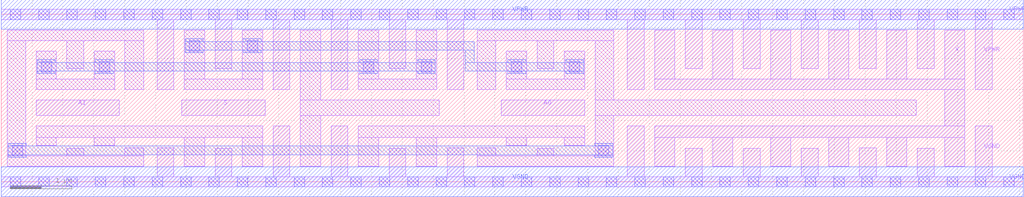
<source format=lef>
# Copyright 2020 The SkyWater PDK Authors
#
# Licensed under the Apache License, Version 2.0 (the "License");
# you may not use this file except in compliance with the License.
# You may obtain a copy of the License at
#
#     https://www.apache.org/licenses/LICENSE-2.0
#
# Unless required by applicable law or agreed to in writing, software
# distributed under the License is distributed on an "AS IS" BASIS,
# WITHOUT WARRANTIES OR CONDITIONS OF ANY KIND, either express or implied.
# See the License for the specific language governing permissions and
# limitations under the License.
#
# SPDX-License-Identifier: Apache-2.0

VERSION 5.7 ;
  NAMESCASESENSITIVE ON ;
  NOWIREEXTENSIONATPIN ON ;
  DIVIDERCHAR "/" ;
  BUSBITCHARS "[]" ;
UNITS
  DATABASE MICRONS 200 ;
END UNITS
PROPERTYDEFINITIONS
  MACRO maskLayoutSubType STRING ;
  MACRO prCellType STRING ;
  MACRO originalViewName STRING ;
END PROPERTYDEFINITIONS
MACRO sky130_fd_sc_hdll__mux2_12
  CLASS CORE ;
  FOREIGN sky130_fd_sc_hdll__mux2_12 ;
  ORIGIN  0.000000  0.000000 ;
  SIZE  16.56000 BY  2.720000 ;
  SYMMETRY X Y R90 ;
  SITE unithd ;
  PIN A0
    ANTENNAGATEAREA  1.110000 ;
    DIRECTION INPUT ;
    USE SIGNAL ;
    PORT
      LAYER li1 ;
        RECT 8.105000 1.075000 9.455000 1.325000 ;
    END
  END A0
  PIN A1
    ANTENNAGATEAREA  1.110000 ;
    DIRECTION INPUT ;
    USE SIGNAL ;
    PORT
      LAYER li1 ;
        RECT 0.565000 1.075000 1.915000 1.325000 ;
    END
  END A1
  PIN S
    ANTENNAGATEAREA  1.665000 ;
    DIRECTION INPUT ;
    USE SIGNAL ;
    PORT
      LAYER li1 ;
        RECT 2.925000 1.075000 4.275000 1.325000 ;
    END
  END S
  PIN X
    ANTENNADIFFAREA  2.793000 ;
    DIRECTION OUTPUT ;
    USE SIGNAL ;
    PORT
      LAYER li1 ;
        RECT 10.585000 0.255000 10.915000 0.725000 ;
        RECT 10.585000 0.725000 15.615000 0.905000 ;
        RECT 10.585000 1.495000 15.615000 1.665000 ;
        RECT 10.585000 1.665000 10.915000 2.465000 ;
        RECT 11.525000 0.255000 11.855000 0.725000 ;
        RECT 11.525000 1.665000 11.855000 2.465000 ;
        RECT 12.465000 0.255000 12.795000 0.725000 ;
        RECT 12.465000 1.665000 12.795000 2.465000 ;
        RECT 13.405000 0.255000 13.735000 0.725000 ;
        RECT 13.405000 1.665000 13.735000 2.465000 ;
        RECT 14.345000 0.255000 14.675000 0.725000 ;
        RECT 14.345000 1.665000 14.675000 2.465000 ;
        RECT 15.285000 0.255000 15.615000 0.725000 ;
        RECT 15.285000 0.905000 15.615000 1.495000 ;
        RECT 15.285000 1.665000 15.615000 2.465000 ;
    END
  END X
  PIN VGND
    DIRECTION INOUT ;
    USE GROUND ;
    PORT
      LAYER li1 ;
        RECT  0.000000 -0.085000 16.560000 0.085000 ;
        RECT  2.525000  0.085000  2.795000 0.550000 ;
        RECT  3.465000  0.085000  3.735000 0.545000 ;
        RECT  4.405000  0.085000  4.675000 0.905000 ;
        RECT  5.345000  0.085000  5.615000 0.905000 ;
        RECT  6.285000  0.085000  6.555000 0.545000 ;
        RECT  7.225000  0.085000  7.495000 0.550000 ;
        RECT 10.145000  0.085000 10.415000 0.905000 ;
        RECT 11.085000  0.085000 11.355000 0.545000 ;
        RECT 12.025000  0.085000 12.295000 0.545000 ;
        RECT 12.965000  0.085000 13.235000 0.545000 ;
        RECT 13.905000  0.085000 14.175000 0.550000 ;
        RECT 14.845000  0.085000 15.115000 0.545000 ;
        RECT 15.785000  0.085000 16.055000 0.905000 ;
      LAYER mcon ;
        RECT  0.145000 -0.085000  0.315000 0.085000 ;
        RECT  0.605000 -0.085000  0.775000 0.085000 ;
        RECT  1.065000 -0.085000  1.235000 0.085000 ;
        RECT  1.525000 -0.085000  1.695000 0.085000 ;
        RECT  1.985000 -0.085000  2.155000 0.085000 ;
        RECT  2.445000 -0.085000  2.615000 0.085000 ;
        RECT  2.905000 -0.085000  3.075000 0.085000 ;
        RECT  3.365000 -0.085000  3.535000 0.085000 ;
        RECT  3.825000 -0.085000  3.995000 0.085000 ;
        RECT  4.285000 -0.085000  4.455000 0.085000 ;
        RECT  4.745000 -0.085000  4.915000 0.085000 ;
        RECT  5.205000 -0.085000  5.375000 0.085000 ;
        RECT  5.665000 -0.085000  5.835000 0.085000 ;
        RECT  6.125000 -0.085000  6.295000 0.085000 ;
        RECT  6.585000 -0.085000  6.755000 0.085000 ;
        RECT  7.045000 -0.085000  7.215000 0.085000 ;
        RECT  7.505000 -0.085000  7.675000 0.085000 ;
        RECT  7.965000 -0.085000  8.135000 0.085000 ;
        RECT  8.425000 -0.085000  8.595000 0.085000 ;
        RECT  8.885000 -0.085000  9.055000 0.085000 ;
        RECT  9.345000 -0.085000  9.515000 0.085000 ;
        RECT  9.805000 -0.085000  9.975000 0.085000 ;
        RECT 10.265000 -0.085000 10.435000 0.085000 ;
        RECT 10.725000 -0.085000 10.895000 0.085000 ;
        RECT 11.185000 -0.085000 11.355000 0.085000 ;
        RECT 11.645000 -0.085000 11.815000 0.085000 ;
        RECT 12.105000 -0.085000 12.275000 0.085000 ;
        RECT 12.565000 -0.085000 12.735000 0.085000 ;
        RECT 13.025000 -0.085000 13.195000 0.085000 ;
        RECT 13.485000 -0.085000 13.655000 0.085000 ;
        RECT 13.945000 -0.085000 14.115000 0.085000 ;
        RECT 14.405000 -0.085000 14.575000 0.085000 ;
        RECT 14.865000 -0.085000 15.035000 0.085000 ;
        RECT 15.325000 -0.085000 15.495000 0.085000 ;
        RECT 15.785000 -0.085000 15.955000 0.085000 ;
        RECT 16.245000 -0.085000 16.415000 0.085000 ;
      LAYER met1 ;
        RECT 0.000000 -0.240000 16.560000 0.240000 ;
    END
  END VGND
  PIN VPWR
    DIRECTION INOUT ;
    USE POWER ;
    PORT
      LAYER li1 ;
        RECT  0.000000 2.635000 16.560000 2.805000 ;
        RECT  2.525000 1.495000  2.795000 2.635000 ;
        RECT  3.465000 1.835000  3.735000 2.635000 ;
        RECT  4.405000 1.495000  4.675000 2.635000 ;
        RECT  5.345000 1.495000  5.615000 2.635000 ;
        RECT  6.285000 1.835000  6.555000 2.635000 ;
        RECT  7.225000 1.495000  7.495000 2.635000 ;
        RECT 10.145000 1.495000 10.415000 2.635000 ;
        RECT 11.085000 1.835000 11.355000 2.635000 ;
        RECT 12.025000 1.835000 12.295000 2.635000 ;
        RECT 12.965000 1.835000 13.235000 2.635000 ;
        RECT 13.905000 1.835000 14.175000 2.635000 ;
        RECT 14.845000 1.835000 15.115000 2.635000 ;
        RECT 15.785000 1.495000 16.055000 2.635000 ;
      LAYER mcon ;
        RECT  0.145000 2.635000  0.315000 2.805000 ;
        RECT  0.605000 2.635000  0.775000 2.805000 ;
        RECT  1.065000 2.635000  1.235000 2.805000 ;
        RECT  1.525000 2.635000  1.695000 2.805000 ;
        RECT  1.985000 2.635000  2.155000 2.805000 ;
        RECT  2.445000 2.635000  2.615000 2.805000 ;
        RECT  2.905000 2.635000  3.075000 2.805000 ;
        RECT  3.365000 2.635000  3.535000 2.805000 ;
        RECT  3.825000 2.635000  3.995000 2.805000 ;
        RECT  4.285000 2.635000  4.455000 2.805000 ;
        RECT  4.745000 2.635000  4.915000 2.805000 ;
        RECT  5.205000 2.635000  5.375000 2.805000 ;
        RECT  5.665000 2.635000  5.835000 2.805000 ;
        RECT  6.125000 2.635000  6.295000 2.805000 ;
        RECT  6.585000 2.635000  6.755000 2.805000 ;
        RECT  7.045000 2.635000  7.215000 2.805000 ;
        RECT  7.505000 2.635000  7.675000 2.805000 ;
        RECT  7.965000 2.635000  8.135000 2.805000 ;
        RECT  8.425000 2.635000  8.595000 2.805000 ;
        RECT  8.885000 2.635000  9.055000 2.805000 ;
        RECT  9.345000 2.635000  9.515000 2.805000 ;
        RECT  9.805000 2.635000  9.975000 2.805000 ;
        RECT 10.265000 2.635000 10.435000 2.805000 ;
        RECT 10.725000 2.635000 10.895000 2.805000 ;
        RECT 11.185000 2.635000 11.355000 2.805000 ;
        RECT 11.645000 2.635000 11.815000 2.805000 ;
        RECT 12.105000 2.635000 12.275000 2.805000 ;
        RECT 12.565000 2.635000 12.735000 2.805000 ;
        RECT 13.025000 2.635000 13.195000 2.805000 ;
        RECT 13.485000 2.635000 13.655000 2.805000 ;
        RECT 13.945000 2.635000 14.115000 2.805000 ;
        RECT 14.405000 2.635000 14.575000 2.805000 ;
        RECT 14.865000 2.635000 15.035000 2.805000 ;
        RECT 15.325000 2.635000 15.495000 2.805000 ;
        RECT 15.785000 2.635000 15.955000 2.805000 ;
        RECT 16.245000 2.635000 16.415000 2.805000 ;
      LAYER met1 ;
        RECT 0.000000 2.480000 16.560000 2.960000 ;
    END
  END VPWR
  OBS
    LAYER li1 ;
      RECT 0.095000 0.255000  2.305000 0.425000 ;
      RECT 0.095000 0.425000  0.395000 2.295000 ;
      RECT 0.095000 2.295000  2.305000 2.465000 ;
      RECT 0.565000 0.595000  0.895000 0.725000 ;
      RECT 0.565000 0.725000  4.235000 0.905000 ;
      RECT 0.565000 1.495000  1.835000 1.665000 ;
      RECT 0.565000 1.665000  0.895000 2.125000 ;
      RECT 1.065000 0.425000  1.335000 0.545000 ;
      RECT 1.065000 1.835000  1.335000 2.295000 ;
      RECT 1.505000 0.595000  1.835000 0.725000 ;
      RECT 1.505000 1.665000  1.835000 2.125000 ;
      RECT 2.005000 0.425000  2.305000 0.550000 ;
      RECT 2.005000 1.495000  2.305000 2.295000 ;
      RECT 2.965000 0.255000  3.295000 0.725000 ;
      RECT 2.965000 1.495000  4.235000 1.665000 ;
      RECT 2.965000 1.665000  3.295000 2.465000 ;
      RECT 3.905000 0.255000  4.235000 0.725000 ;
      RECT 3.905000 1.665000  4.235000 2.465000 ;
      RECT 4.845000 0.255000  5.175000 1.075000 ;
      RECT 4.845000 1.075000  7.095000 1.325000 ;
      RECT 4.845000 1.325000  5.175000 2.465000 ;
      RECT 5.785000 0.255000  6.115000 0.725000 ;
      RECT 5.785000 0.725000  9.455000 0.905000 ;
      RECT 5.785000 1.495000  7.055000 1.665000 ;
      RECT 5.785000 1.665000  6.115000 2.465000 ;
      RECT 6.725000 0.255000  7.055000 0.725000 ;
      RECT 6.725000 1.665000  7.055000 2.465000 ;
      RECT 7.715000 0.255000  9.925000 0.425000 ;
      RECT 7.715000 0.425000  8.015000 0.550000 ;
      RECT 7.715000 1.495000  8.015000 2.295000 ;
      RECT 7.715000 2.295000  9.925000 2.465000 ;
      RECT 8.185000 0.595000  8.515000 0.725000 ;
      RECT 8.185000 1.495000  9.455000 1.665000 ;
      RECT 8.185000 1.665000  8.515000 2.125000 ;
      RECT 8.685000 0.425000  8.955000 0.545000 ;
      RECT 8.685000 1.835000  8.955000 2.295000 ;
      RECT 9.125000 0.595000  9.455000 0.725000 ;
      RECT 9.125000 1.665000  9.455000 2.125000 ;
      RECT 9.625000 0.425000  9.925000 1.075000 ;
      RECT 9.625000 1.075000 14.825000 1.325000 ;
      RECT 9.625000 1.325000  9.925000 2.295000 ;
    LAYER mcon ;
      RECT 0.175000 0.425000 0.345000 0.595000 ;
      RECT 0.645000 1.785000 0.815000 1.955000 ;
      RECT 1.585000 1.785000 1.755000 1.955000 ;
      RECT 3.045000 2.125000 3.215000 2.295000 ;
      RECT 3.985000 2.125000 4.155000 2.295000 ;
      RECT 5.865000 1.785000 6.035000 1.955000 ;
      RECT 6.805000 1.785000 6.975000 1.955000 ;
      RECT 8.265000 1.785000 8.435000 1.955000 ;
      RECT 9.205000 1.785000 9.375000 1.955000 ;
      RECT 9.675000 0.425000 9.845000 0.595000 ;
    LAYER met1 ;
      RECT 0.115000 0.395000 0.405000 0.440000 ;
      RECT 0.115000 0.440000 9.905000 0.580000 ;
      RECT 0.115000 0.580000 0.405000 0.625000 ;
      RECT 0.585000 1.755000 0.875000 1.800000 ;
      RECT 0.585000 1.800000 7.035000 1.940000 ;
      RECT 0.585000 1.940000 0.875000 1.985000 ;
      RECT 1.525000 1.755000 1.815000 1.800000 ;
      RECT 1.525000 1.940000 1.815000 1.985000 ;
      RECT 2.985000 2.095000 3.275000 2.140000 ;
      RECT 2.985000 2.140000 7.660000 2.280000 ;
      RECT 2.985000 2.280000 3.275000 2.325000 ;
      RECT 3.925000 2.095000 4.215000 2.140000 ;
      RECT 3.925000 2.280000 4.215000 2.325000 ;
      RECT 5.805000 1.755000 6.095000 1.800000 ;
      RECT 5.805000 1.940000 6.095000 1.985000 ;
      RECT 6.745000 1.755000 7.035000 1.800000 ;
      RECT 6.745000 1.940000 7.035000 1.985000 ;
      RECT 7.520000 1.800000 9.435000 1.940000 ;
      RECT 7.520000 1.940000 7.660000 2.140000 ;
      RECT 8.205000 1.755000 8.495000 1.800000 ;
      RECT 8.205000 1.940000 8.495000 1.985000 ;
      RECT 9.145000 1.755000 9.435000 1.800000 ;
      RECT 9.145000 1.940000 9.435000 1.985000 ;
      RECT 9.615000 0.395000 9.905000 0.440000 ;
      RECT 9.615000 0.580000 9.905000 0.625000 ;
  END
  PROPERTY maskLayoutSubType "abstract" ;
  PROPERTY prCellType "standard" ;
  PROPERTY originalViewName "layout" ;
END sky130_fd_sc_hdll__mux2_12

</source>
